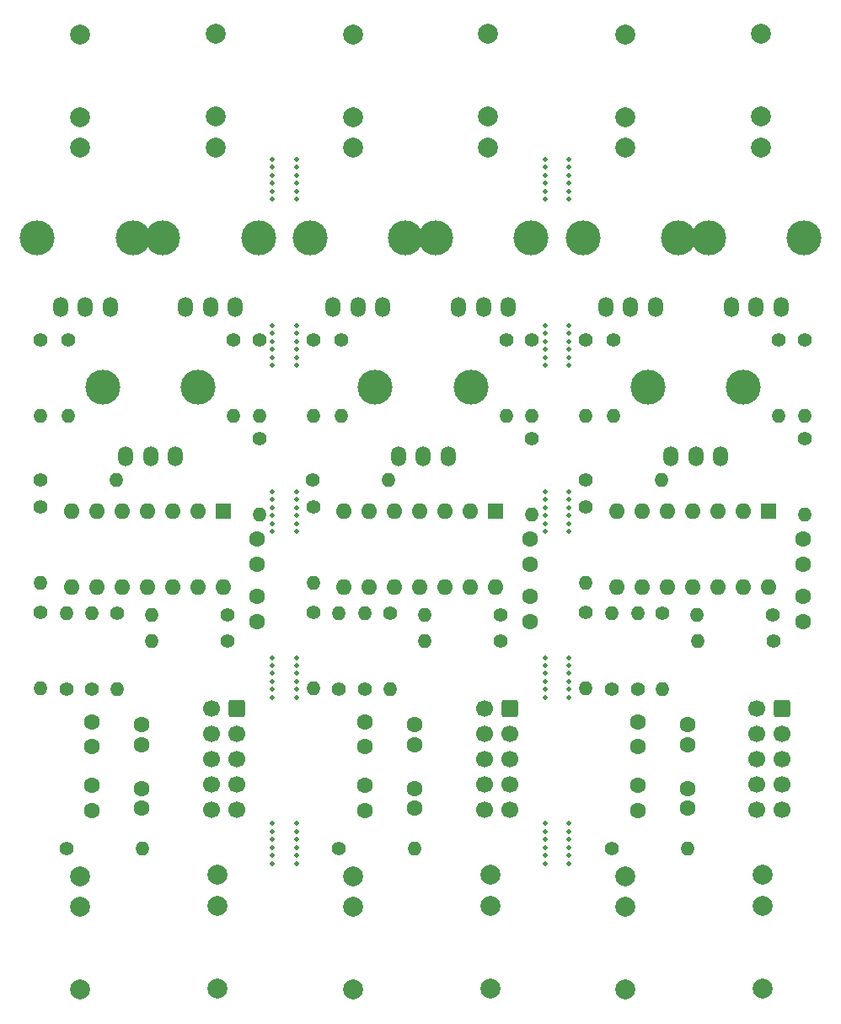
<source format=gts>
%TF.GenerationSoftware,KiCad,Pcbnew,8.0.4-8.0.4-0~ubuntu22.04.1*%
%TF.CreationDate,2024-07-28T20:43:34+02:00*%
%TF.ProjectId,VoltageProcessor_panel,566f6c74-6167-4655-9072-6f636573736f,0.1*%
%TF.SameCoordinates,Original*%
%TF.FileFunction,Soldermask,Top*%
%TF.FilePolarity,Negative*%
%FSLAX46Y46*%
G04 Gerber Fmt 4.6, Leading zero omitted, Abs format (unit mm)*
G04 Created by KiCad (PCBNEW 8.0.4-8.0.4-0~ubuntu22.04.1) date 2024-07-28 20:43:34*
%MOMM*%
%LPD*%
G01*
G04 APERTURE LIST*
G04 Aperture macros list*
%AMRoundRect*
0 Rectangle with rounded corners*
0 $1 Rounding radius*
0 $2 $3 $4 $5 $6 $7 $8 $9 X,Y pos of 4 corners*
0 Add a 4 corners polygon primitive as box body*
4,1,4,$2,$3,$4,$5,$6,$7,$8,$9,$2,$3,0*
0 Add four circle primitives for the rounded corners*
1,1,$1+$1,$2,$3*
1,1,$1+$1,$4,$5*
1,1,$1+$1,$6,$7*
1,1,$1+$1,$8,$9*
0 Add four rect primitives between the rounded corners*
20,1,$1+$1,$2,$3,$4,$5,0*
20,1,$1+$1,$4,$5,$6,$7,0*
20,1,$1+$1,$6,$7,$8,$9,0*
20,1,$1+$1,$8,$9,$2,$3,0*%
G04 Aperture macros list end*
%ADD10C,0.500000*%
%ADD11C,1.400000*%
%ADD12O,1.400000X1.400000*%
%ADD13C,3.500000*%
%ADD14O,1.500000X2.000000*%
%ADD15C,1.600000*%
%ADD16C,2.000000*%
%ADD17R,1.600000X1.600000*%
%ADD18O,1.600000X1.600000*%
%ADD19RoundRect,0.250000X0.600000X0.600000X-0.600000X0.600000X-0.600000X-0.600000X0.600000X-0.600000X0*%
%ADD20C,1.700000*%
G04 APERTURE END LIST*
D10*
%TO.C,KiKit_MB_7_5*%
X136000000Y-52133334D03*
%TD*%
%TO.C,KiKit_MB_4_3*%
X133600000Y-86266666D03*
%TD*%
D11*
%TO.C,R10*%
X167700000Y-87800000D03*
D12*
X167700000Y-80180000D03*
%TD*%
D10*
%TO.C,KiKit_MB_10_5*%
X136000000Y-102133333D03*
%TD*%
%TO.C,KiKit_MB_3_5*%
X133600000Y-71200000D03*
%TD*%
%TO.C,KiKit_MB_14_5*%
X161000000Y-87866666D03*
%TD*%
D13*
%TO.C,RV3*%
X116550000Y-57500000D03*
X126150000Y-57500000D03*
D14*
X118850000Y-64500000D03*
X121350000Y-64500000D03*
X123850000Y-64500000D03*
%TD*%
D10*
%TO.C,KiKit_MB_20_1*%
X163400000Y-105333333D03*
%TD*%
D15*
%TO.C,C3*%
X159500000Y-72800000D03*
X159500000Y-75300000D03*
%TD*%
D16*
%TO.C,J2*%
X127900000Y-33480000D03*
X127900000Y-30380000D03*
X127900000Y-22080000D03*
%TD*%
D10*
%TO.C,KiKit_MB_2_1*%
X133600000Y-51333334D03*
%TD*%
D15*
%TO.C,C4*%
X132100000Y-81050000D03*
X132100000Y-78550000D03*
%TD*%
D11*
%TO.C,R3*%
X137700000Y-52790000D03*
D12*
X137700000Y-60410000D03*
%TD*%
D10*
%TO.C,KiKit_MB_9_1*%
X136000000Y-88666666D03*
%TD*%
D17*
%TO.C,U1*%
X128640000Y-69980000D03*
D18*
X126100000Y-69980000D03*
X123560000Y-69980000D03*
X121020000Y-69980000D03*
X118480000Y-69980000D03*
X115940000Y-69980000D03*
X113400000Y-69980000D03*
X113400000Y-77600000D03*
X115940000Y-77600000D03*
X118480000Y-77600000D03*
X121020000Y-77600000D03*
X123560000Y-77600000D03*
X126100000Y-77600000D03*
X128640000Y-77600000D03*
%TD*%
D10*
%TO.C,KiKit_MB_12_4*%
X161000000Y-53733334D03*
%TD*%
%TO.C,KiKit_MB_4_1*%
X133600000Y-84666666D03*
%TD*%
D11*
%TO.C,R1*%
X167900000Y-52800000D03*
D12*
X167900000Y-60420000D03*
%TD*%
D13*
%TO.C,RV2*%
X177400000Y-42500000D03*
X187000000Y-42500000D03*
D14*
X179700000Y-49500000D03*
X182200000Y-49500000D03*
X184700000Y-49500000D03*
%TD*%
D10*
%TO.C,KiKit_MB_16_5*%
X163400000Y-35466667D03*
%TD*%
%TO.C,KiKit_MB_8_6*%
X136000000Y-68000000D03*
%TD*%
%TO.C,KiKit_MB_9_3*%
X136000000Y-87066666D03*
%TD*%
D11*
%TO.C,R14*%
X112900000Y-103800000D03*
D12*
X120520000Y-103800000D03*
%TD*%
D10*
%TO.C,KiKit_MB_11_6*%
X161000000Y-38666667D03*
%TD*%
%TO.C,KiKit_MB_7_6*%
X136000000Y-51333334D03*
%TD*%
%TO.C,KiKit_MB_8_5*%
X136000000Y-68800000D03*
%TD*%
D11*
%TO.C,R12*%
X145400000Y-80190000D03*
D12*
X145400000Y-87810000D03*
%TD*%
D10*
%TO.C,KiKit_MB_1_5*%
X133600000Y-37866667D03*
%TD*%
%TO.C,KiKit_MB_13_4*%
X161000000Y-70400000D03*
%TD*%
D11*
%TO.C,R2*%
X157100000Y-52800000D03*
D12*
X157100000Y-60420000D03*
%TD*%
D16*
%TO.C,J1*%
X141700000Y-33500000D03*
X141700000Y-30400000D03*
X141700000Y-22100000D03*
%TD*%
D10*
%TO.C,KiKit_MB_4_5*%
X133600000Y-87866666D03*
%TD*%
%TO.C,KiKit_MB_12_3*%
X161000000Y-52933334D03*
%TD*%
%TO.C,KiKit_MB_8_4*%
X136000000Y-69600000D03*
%TD*%
D11*
%TO.C,R10*%
X112900000Y-87800000D03*
D12*
X112900000Y-80180000D03*
%TD*%
D10*
%TO.C,KiKit_MB_12_6*%
X161000000Y-55333334D03*
%TD*%
D11*
%TO.C,R2*%
X129700000Y-52800000D03*
D12*
X129700000Y-60420000D03*
%TD*%
D11*
%TO.C,R11*%
X129120000Y-83000000D03*
D12*
X121500000Y-83000000D03*
%TD*%
D11*
%TO.C,R7*%
X170300000Y-87800000D03*
D12*
X170300000Y-80180000D03*
%TD*%
D13*
%TO.C,RV3*%
X143950000Y-57500000D03*
X153550000Y-57500000D03*
D14*
X146250000Y-64500000D03*
X148750000Y-64500000D03*
X151250000Y-64500000D03*
%TD*%
D11*
%TO.C,R11*%
X183920000Y-83000000D03*
D12*
X176300000Y-83000000D03*
%TD*%
D10*
%TO.C,KiKit_MB_5_3*%
X133600000Y-102933333D03*
%TD*%
D11*
%TO.C,R12*%
X172800000Y-80190000D03*
D12*
X172800000Y-87810000D03*
%TD*%
D10*
%TO.C,KiKit_MB_16_2*%
X163400000Y-37866667D03*
%TD*%
%TO.C,KiKit_MB_5_4*%
X133600000Y-103733333D03*
%TD*%
%TO.C,KiKit_MB_17_1*%
X163400000Y-55333334D03*
%TD*%
%TO.C,KiKit_MB_2_3*%
X133600000Y-52933334D03*
%TD*%
D13*
%TO.C,RV2*%
X122600000Y-42500000D03*
X132200000Y-42500000D03*
D14*
X124900000Y-49500000D03*
X127400000Y-49500000D03*
X129900000Y-49500000D03*
%TD*%
D11*
%TO.C,R7*%
X115500000Y-87800000D03*
D12*
X115500000Y-80180000D03*
%TD*%
D10*
%TO.C,KiKit_MB_19_5*%
X163400000Y-85466666D03*
%TD*%
%TO.C,KiKit_MB_11_1*%
X161000000Y-34666667D03*
%TD*%
%TO.C,KiKit_MB_9_2*%
X136000000Y-87866666D03*
%TD*%
%TO.C,KiKit_MB_17_2*%
X163400000Y-54533334D03*
%TD*%
%TO.C,KiKit_MB_14_1*%
X161000000Y-84666666D03*
%TD*%
%TO.C,KiKit_MB_17_4*%
X163400000Y-52933334D03*
%TD*%
D11*
%TO.C,R2*%
X184500000Y-52800000D03*
D12*
X184500000Y-60420000D03*
%TD*%
D10*
%TO.C,KiKit_MB_18_1*%
X163400000Y-72000000D03*
%TD*%
%TO.C,KiKit_MB_12_2*%
X161000000Y-52133334D03*
%TD*%
D11*
%TO.C,R10*%
X140300000Y-87800000D03*
D12*
X140300000Y-80180000D03*
%TD*%
D10*
%TO.C,KiKit_MB_6_3*%
X136000000Y-37066667D03*
%TD*%
%TO.C,KiKit_MB_17_3*%
X163400000Y-53733334D03*
%TD*%
%TO.C,KiKit_MB_7_2*%
X136000000Y-54533334D03*
%TD*%
%TO.C,KiKit_MB_20_5*%
X163400000Y-102133333D03*
%TD*%
%TO.C,KiKit_MB_10_6*%
X136000000Y-101333333D03*
%TD*%
D11*
%TO.C,R5*%
X110290000Y-66800000D03*
D12*
X117910000Y-66800000D03*
%TD*%
D16*
%TO.C,J2*%
X182700000Y-33480000D03*
X182700000Y-30380000D03*
X182700000Y-22080000D03*
%TD*%
D10*
%TO.C,KiKit_MB_18_3*%
X163400000Y-70400000D03*
%TD*%
D16*
%TO.C,J4*%
X141700000Y-106600000D03*
X141700000Y-109700000D03*
X141700000Y-118000000D03*
%TD*%
D10*
%TO.C,KiKit_MB_7_1*%
X136000000Y-55333334D03*
%TD*%
%TO.C,KiKit_MB_15_4*%
X161000000Y-103733333D03*
%TD*%
%TO.C,KiKit_MB_18_4*%
X163400000Y-69600000D03*
%TD*%
D15*
%TO.C,C3*%
X132100000Y-72800000D03*
X132100000Y-75300000D03*
%TD*%
D11*
%TO.C,R1*%
X140500000Y-52800000D03*
D12*
X140500000Y-60420000D03*
%TD*%
D11*
%TO.C,R11*%
X156520000Y-83000000D03*
D12*
X148900000Y-83000000D03*
%TD*%
D10*
%TO.C,KiKit_MB_15_2*%
X161000000Y-102133333D03*
%TD*%
%TO.C,KiKit_MB_20_3*%
X163400000Y-103733333D03*
%TD*%
%TO.C,KiKit_MB_11_4*%
X161000000Y-37066667D03*
%TD*%
D11*
%TO.C,R14*%
X167700000Y-103800000D03*
D12*
X175320000Y-103800000D03*
%TD*%
D10*
%TO.C,KiKit_MB_16_3*%
X163400000Y-37066667D03*
%TD*%
D11*
%TO.C,R6*%
X132300000Y-62690000D03*
D12*
X132300000Y-70310000D03*
%TD*%
D10*
%TO.C,KiKit_MB_5_5*%
X133600000Y-104533333D03*
%TD*%
D15*
%TO.C,C4*%
X159500000Y-81050000D03*
X159500000Y-78550000D03*
%TD*%
D10*
%TO.C,KiKit_MB_12_1*%
X161000000Y-51333334D03*
%TD*%
%TO.C,KiKit_MB_1_1*%
X133600000Y-34666667D03*
%TD*%
%TO.C,KiKit_MB_2_5*%
X133600000Y-54533334D03*
%TD*%
%TO.C,KiKit_MB_3_3*%
X133600000Y-69600000D03*
%TD*%
%TO.C,KiKit_MB_5_6*%
X133600000Y-105333333D03*
%TD*%
%TO.C,KiKit_MB_11_5*%
X161000000Y-37866667D03*
%TD*%
%TO.C,KiKit_MB_16_1*%
X163400000Y-38666667D03*
%TD*%
%TO.C,KiKit_MB_8_3*%
X136000000Y-70400000D03*
%TD*%
%TO.C,KiKit_MB_19_6*%
X163400000Y-84666666D03*
%TD*%
%TO.C,KiKit_MB_4_6*%
X133600000Y-88666666D03*
%TD*%
%TO.C,KiKit_MB_15_6*%
X161000000Y-105333333D03*
%TD*%
%TO.C,KiKit_MB_20_4*%
X163400000Y-102933333D03*
%TD*%
D11*
%TO.C,R5*%
X137690000Y-66800000D03*
D12*
X145310000Y-66800000D03*
%TD*%
D15*
%TO.C,C3*%
X186900000Y-72800000D03*
X186900000Y-75300000D03*
%TD*%
D11*
%TO.C,R3*%
X110300000Y-52790000D03*
D12*
X110300000Y-60410000D03*
%TD*%
D10*
%TO.C,KiKit_MB_18_6*%
X163400000Y-68000000D03*
%TD*%
%TO.C,KiKit_MB_19_1*%
X163400000Y-88666666D03*
%TD*%
D11*
%TO.C,R13*%
X137700000Y-80170000D03*
D12*
X137700000Y-87790000D03*
%TD*%
D10*
%TO.C,KiKit_MB_1_2*%
X133600000Y-35466667D03*
%TD*%
%TO.C,KiKit_MB_13_5*%
X161000000Y-71200000D03*
%TD*%
D11*
%TO.C,R4*%
X187100000Y-52800000D03*
D12*
X187100000Y-60420000D03*
%TD*%
D10*
%TO.C,KiKit_MB_19_2*%
X163400000Y-87866666D03*
%TD*%
%TO.C,KiKit_MB_3_2*%
X133600000Y-68800000D03*
%TD*%
D11*
%TO.C,R13*%
X110300000Y-80170000D03*
D12*
X110300000Y-87790000D03*
%TD*%
D10*
%TO.C,KiKit_MB_6_4*%
X136000000Y-36266667D03*
%TD*%
%TO.C,KiKit_MB_13_2*%
X161000000Y-68800000D03*
%TD*%
D11*
%TO.C,R6*%
X159700000Y-62690000D03*
D12*
X159700000Y-70310000D03*
%TD*%
D10*
%TO.C,KiKit_MB_3_4*%
X133600000Y-70400000D03*
%TD*%
D15*
%TO.C,C4*%
X186900000Y-81050000D03*
X186900000Y-78550000D03*
%TD*%
D10*
%TO.C,KiKit_MB_6_6*%
X136000000Y-34666667D03*
%TD*%
%TO.C,KiKit_MB_10_1*%
X136000000Y-105333333D03*
%TD*%
%TO.C,KiKit_MB_16_6*%
X163400000Y-34666667D03*
%TD*%
%TO.C,KiKit_MB_13_3*%
X161000000Y-69600000D03*
%TD*%
%TO.C,KiKit_MB_12_5*%
X161000000Y-54533334D03*
%TD*%
D17*
%TO.C,U1*%
X183440000Y-69980000D03*
D18*
X180900000Y-69980000D03*
X178360000Y-69980000D03*
X175820000Y-69980000D03*
X173280000Y-69980000D03*
X170740000Y-69980000D03*
X168200000Y-69980000D03*
X168200000Y-77600000D03*
X170740000Y-77600000D03*
X173280000Y-77600000D03*
X175820000Y-77600000D03*
X178360000Y-77600000D03*
X180900000Y-77600000D03*
X183440000Y-77600000D03*
%TD*%
D10*
%TO.C,KiKit_MB_17_5*%
X163400000Y-52133334D03*
%TD*%
D11*
%TO.C,R4*%
X132300000Y-52800000D03*
D12*
X132300000Y-60420000D03*
%TD*%
D11*
%TO.C,R13*%
X165100000Y-80170000D03*
D12*
X165100000Y-87790000D03*
%TD*%
D16*
%TO.C,J5*%
X155500000Y-106472500D03*
X155500000Y-109572500D03*
X155500000Y-117872500D03*
%TD*%
D11*
%TO.C,R7*%
X142900000Y-87800000D03*
D12*
X142900000Y-80180000D03*
%TD*%
D11*
%TO.C,R4*%
X159700000Y-52800000D03*
D12*
X159700000Y-60420000D03*
%TD*%
D10*
%TO.C,KiKit_MB_13_1*%
X161000000Y-68000000D03*
%TD*%
D16*
%TO.C,J4*%
X114300000Y-106600000D03*
X114300000Y-109700000D03*
X114300000Y-118000000D03*
%TD*%
D10*
%TO.C,KiKit_MB_10_2*%
X136000000Y-104533333D03*
%TD*%
%TO.C,KiKit_MB_20_6*%
X163400000Y-101333333D03*
%TD*%
%TO.C,KiKit_MB_5_1*%
X133600000Y-101333333D03*
%TD*%
%TO.C,KiKit_MB_14_6*%
X161000000Y-88666666D03*
%TD*%
D11*
%TO.C,R12*%
X118000000Y-80190000D03*
D12*
X118000000Y-87810000D03*
%TD*%
D16*
%TO.C,J5*%
X182900000Y-106472500D03*
X182900000Y-109572500D03*
X182900000Y-117872500D03*
%TD*%
D10*
%TO.C,KiKit_MB_2_2*%
X133600000Y-52133334D03*
%TD*%
D11*
%TO.C,R6*%
X187100000Y-62690000D03*
D12*
X187100000Y-70310000D03*
%TD*%
D10*
%TO.C,KiKit_MB_9_6*%
X136000000Y-84666666D03*
%TD*%
%TO.C,KiKit_MB_17_6*%
X163400000Y-51333334D03*
%TD*%
%TO.C,KiKit_MB_14_3*%
X161000000Y-86266666D03*
%TD*%
%TO.C,KiKit_MB_16_4*%
X163400000Y-36266667D03*
%TD*%
D16*
%TO.C,J1*%
X114300000Y-33500000D03*
X114300000Y-30400000D03*
X114300000Y-22100000D03*
%TD*%
%TO.C,J2*%
X155300000Y-33480000D03*
X155300000Y-30380000D03*
X155300000Y-22080000D03*
%TD*%
D11*
%TO.C,R14*%
X140300000Y-103800000D03*
D12*
X147920000Y-103800000D03*
%TD*%
D13*
%TO.C,RV2*%
X150000000Y-42500000D03*
X159600000Y-42500000D03*
D14*
X152300000Y-49500000D03*
X154800000Y-49500000D03*
X157300000Y-49500000D03*
%TD*%
D10*
%TO.C,KiKit_MB_6_1*%
X136000000Y-38666667D03*
%TD*%
%TO.C,KiKit_MB_2_6*%
X133600000Y-55333334D03*
%TD*%
%TO.C,KiKit_MB_15_1*%
X161000000Y-101333333D03*
%TD*%
%TO.C,KiKit_MB_1_6*%
X133600000Y-38666667D03*
%TD*%
%TO.C,KiKit_MB_10_4*%
X136000000Y-102933333D03*
%TD*%
%TO.C,KiKit_MB_4_4*%
X133600000Y-87066666D03*
%TD*%
%TO.C,KiKit_MB_11_3*%
X161000000Y-36266667D03*
%TD*%
%TO.C,KiKit_MB_19_4*%
X163400000Y-86266666D03*
%TD*%
%TO.C,KiKit_MB_10_3*%
X136000000Y-103733333D03*
%TD*%
%TO.C,KiKit_MB_1_3*%
X133600000Y-36266667D03*
%TD*%
%TO.C,KiKit_MB_3_6*%
X133600000Y-72000000D03*
%TD*%
%TO.C,KiKit_MB_1_4*%
X133600000Y-37066667D03*
%TD*%
D11*
%TO.C,R8*%
X137700000Y-69570000D03*
D12*
X137700000Y-77190000D03*
%TD*%
D10*
%TO.C,KiKit_MB_6_5*%
X136000000Y-35466667D03*
%TD*%
%TO.C,KiKit_MB_15_3*%
X161000000Y-102933333D03*
%TD*%
%TO.C,KiKit_MB_7_3*%
X136000000Y-53733334D03*
%TD*%
D13*
%TO.C,RV1*%
X110000000Y-42500000D03*
X119600000Y-42500000D03*
D14*
X112300000Y-49500000D03*
X114800000Y-49500000D03*
X117300000Y-49500000D03*
%TD*%
D10*
%TO.C,KiKit_MB_7_4*%
X136000000Y-52933334D03*
%TD*%
%TO.C,KiKit_MB_18_2*%
X163400000Y-71200000D03*
%TD*%
D13*
%TO.C,RV1*%
X137400000Y-42500000D03*
X147000000Y-42500000D03*
D14*
X139700000Y-49500000D03*
X142200000Y-49500000D03*
X144700000Y-49500000D03*
%TD*%
D10*
%TO.C,KiKit_MB_8_2*%
X136000000Y-71200000D03*
%TD*%
%TO.C,KiKit_MB_20_2*%
X163400000Y-104533333D03*
%TD*%
%TO.C,KiKit_MB_8_1*%
X136000000Y-72000000D03*
%TD*%
%TO.C,KiKit_MB_2_4*%
X133600000Y-53733334D03*
%TD*%
D17*
%TO.C,U1*%
X156040000Y-69980000D03*
D18*
X153500000Y-69980000D03*
X150960000Y-69980000D03*
X148420000Y-69980000D03*
X145880000Y-69980000D03*
X143340000Y-69980000D03*
X140800000Y-69980000D03*
X140800000Y-77600000D03*
X143340000Y-77600000D03*
X145880000Y-77600000D03*
X148420000Y-77600000D03*
X150960000Y-77600000D03*
X153500000Y-77600000D03*
X156040000Y-77600000D03*
%TD*%
D10*
%TO.C,KiKit_MB_19_3*%
X163400000Y-87066666D03*
%TD*%
%TO.C,KiKit_MB_13_6*%
X161000000Y-72000000D03*
%TD*%
D11*
%TO.C,R3*%
X165100000Y-52790000D03*
D12*
X165100000Y-60410000D03*
%TD*%
D10*
%TO.C,KiKit_MB_11_2*%
X161000000Y-35466667D03*
%TD*%
D11*
%TO.C,R9*%
X156510000Y-80400000D03*
D12*
X148890000Y-80400000D03*
%TD*%
D10*
%TO.C,KiKit_MB_3_1*%
X133600000Y-68000000D03*
%TD*%
D16*
%TO.C,J5*%
X128100000Y-106472500D03*
X128100000Y-109572500D03*
X128100000Y-117872500D03*
%TD*%
D11*
%TO.C,R5*%
X165090000Y-66800000D03*
D12*
X172710000Y-66800000D03*
%TD*%
D11*
%TO.C,R9*%
X183910000Y-80400000D03*
D12*
X176290000Y-80400000D03*
%TD*%
D10*
%TO.C,KiKit_MB_14_4*%
X161000000Y-87066666D03*
%TD*%
D11*
%TO.C,R8*%
X110300000Y-69570000D03*
D12*
X110300000Y-77190000D03*
%TD*%
D13*
%TO.C,RV1*%
X164800000Y-42500000D03*
X174400000Y-42500000D03*
D14*
X167100000Y-49500000D03*
X169600000Y-49500000D03*
X172100000Y-49500000D03*
%TD*%
D10*
%TO.C,KiKit_MB_18_5*%
X163400000Y-68800000D03*
%TD*%
D13*
%TO.C,RV3*%
X171350000Y-57500000D03*
X180950000Y-57500000D03*
D14*
X173650000Y-64500000D03*
X176150000Y-64500000D03*
X178650000Y-64500000D03*
%TD*%
D10*
%TO.C,KiKit_MB_14_2*%
X161000000Y-85466666D03*
%TD*%
%TO.C,KiKit_MB_5_2*%
X133600000Y-102133333D03*
%TD*%
%TO.C,KiKit_MB_15_5*%
X161000000Y-104533333D03*
%TD*%
D16*
%TO.C,J1*%
X169100000Y-33500000D03*
X169100000Y-30400000D03*
X169100000Y-22100000D03*
%TD*%
D10*
%TO.C,KiKit_MB_9_5*%
X136000000Y-85466666D03*
%TD*%
D11*
%TO.C,R8*%
X165100000Y-69570000D03*
D12*
X165100000Y-77190000D03*
%TD*%
D11*
%TO.C,R9*%
X129110000Y-80400000D03*
D12*
X121490000Y-80400000D03*
%TD*%
D10*
%TO.C,KiKit_MB_6_2*%
X136000000Y-37866667D03*
%TD*%
%TO.C,KiKit_MB_9_4*%
X136000000Y-86266666D03*
%TD*%
D16*
%TO.C,J4*%
X169100000Y-106600000D03*
X169100000Y-109700000D03*
X169100000Y-118000000D03*
%TD*%
D10*
%TO.C,KiKit_MB_4_2*%
X133600000Y-85466666D03*
%TD*%
D11*
%TO.C,R1*%
X113100000Y-52800000D03*
D12*
X113100000Y-60420000D03*
%TD*%
D15*
%TO.C,C6*%
X120500000Y-97800000D03*
X120500000Y-99800000D03*
%TD*%
%TO.C,C2*%
X142900000Y-97500000D03*
X142900000Y-100000000D03*
%TD*%
%TO.C,C2*%
X115500000Y-97500000D03*
X115500000Y-100000000D03*
%TD*%
%TO.C,C6*%
X175300000Y-97800000D03*
X175300000Y-99800000D03*
%TD*%
D19*
%TO.C,J3*%
X184840000Y-89800000D03*
D20*
X182300000Y-89800000D03*
X184840000Y-92340000D03*
X182300000Y-92340000D03*
X184840000Y-94880000D03*
X182300000Y-94880000D03*
X184840000Y-97420000D03*
X182300000Y-97420000D03*
X184840000Y-99960000D03*
X182300000Y-99960000D03*
%TD*%
D15*
%TO.C,C5*%
X147900000Y-91400000D03*
X147900000Y-93400000D03*
%TD*%
%TO.C,C1*%
X170300000Y-91100000D03*
X170300000Y-93600000D03*
%TD*%
%TO.C,C2*%
X170300000Y-97500000D03*
X170300000Y-100000000D03*
%TD*%
%TO.C,C1*%
X142900000Y-91100000D03*
X142900000Y-93600000D03*
%TD*%
D19*
%TO.C,J3*%
X130040000Y-89800000D03*
D20*
X127500000Y-89800000D03*
X130040000Y-92340000D03*
X127500000Y-92340000D03*
X130040000Y-94880000D03*
X127500000Y-94880000D03*
X130040000Y-97420000D03*
X127500000Y-97420000D03*
X130040000Y-99960000D03*
X127500000Y-99960000D03*
%TD*%
D15*
%TO.C,C5*%
X175300000Y-91400000D03*
X175300000Y-93400000D03*
%TD*%
%TO.C,C1*%
X115500000Y-91100000D03*
X115500000Y-93600000D03*
%TD*%
D19*
%TO.C,J3*%
X157440000Y-89800000D03*
D20*
X154900000Y-89800000D03*
X157440000Y-92340000D03*
X154900000Y-92340000D03*
X157440000Y-94880000D03*
X154900000Y-94880000D03*
X157440000Y-97420000D03*
X154900000Y-97420000D03*
X157440000Y-99960000D03*
X154900000Y-99960000D03*
%TD*%
D15*
%TO.C,C5*%
X120500000Y-91400000D03*
X120500000Y-93400000D03*
%TD*%
%TO.C,C6*%
X147900000Y-97800000D03*
X147900000Y-99800000D03*
%TD*%
M02*

</source>
